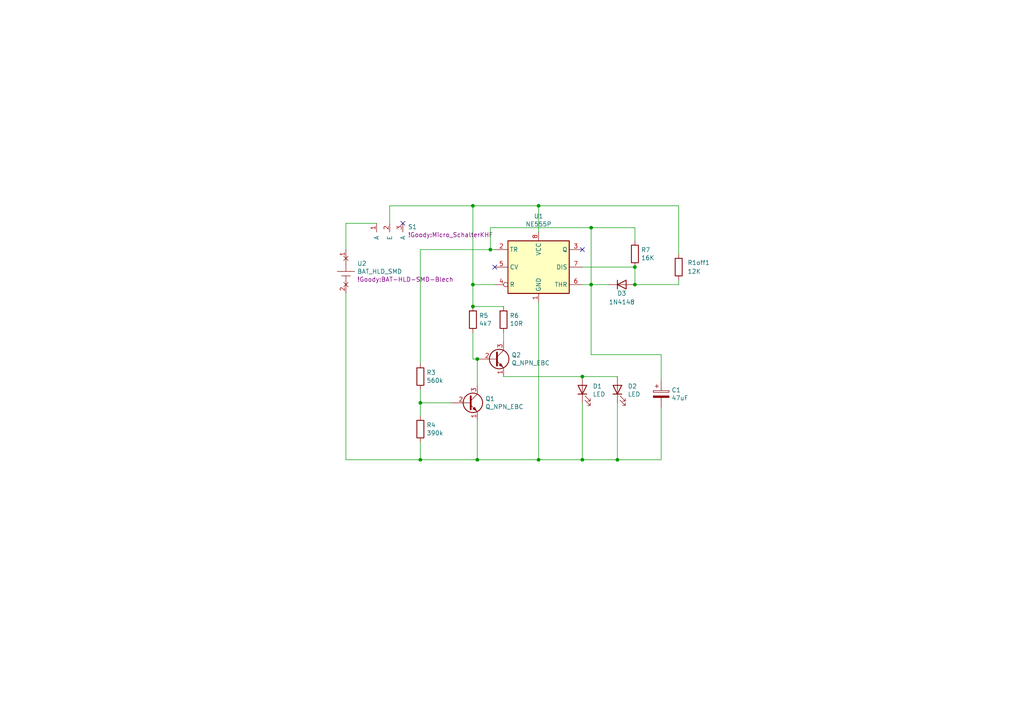
<source format=kicad_sch>
(kicad_sch
	(version 20250114)
	(generator "eeschema")
	(generator_version "9.0")
	(uuid "c53de370-94ad-432d-a470-090646174fd9")
	(paper "A4")
	(lib_symbols
		(symbol "!Goody:BAT_HLD_SMD"
			(pin_names
				(offset 1.016)
			)
			(exclude_from_sim no)
			(in_bom yes)
			(on_board yes)
			(property "Reference" "U"
				(at -5.08 0 0)
				(effects
					(font
						(size 1.27 1.27)
					)
				)
			)
			(property "Value" "BAT_HLD_SMD"
				(at -10.16 3.81 0)
				(effects
					(font
						(size 1.27 1.27)
					)
				)
			)
			(property "Footprint" "KHF_LIB:BAT-HLD-SMD"
				(at -15.24 6.35 0)
				(effects
					(font
						(size 1.27 1.27)
					)
				)
			)
			(property "Datasheet" ""
				(at -5.08 0 0)
				(effects
					(font
						(size 1.27 1.27)
					)
					(hide yes)
				)
			)
			(property "Description" "2032 SMD"
				(at 0 0 0)
				(effects
					(font
						(size 1.27 1.27)
					)
					(hide yes)
				)
			)
			(symbol "BAT_HLD_SMD_0_1"
				(rectangle
					(start -1.27 0)
					(end -2.54 0)
					(stroke
						(width 0)
						(type solid)
					)
					(fill
						(type none)
					)
				)
				(rectangle
					(start -1.27 0)
					(end 1.27 0)
					(stroke
						(width 0)
						(type solid)
					)
					(fill
						(type none)
					)
				)
				(rectangle
					(start -1.27 -1.27)
					(end 1.27 -1.27)
					(stroke
						(width 0)
						(type solid)
					)
					(fill
						(type none)
					)
				)
				(polyline
					(pts
						(xy 0 0) (xy 0 3.81)
					)
					(stroke
						(width 0)
						(type solid)
					)
					(fill
						(type none)
					)
				)
				(polyline
					(pts
						(xy 0 -3.81) (xy 0 -1.27)
					)
					(stroke
						(width 0)
						(type solid)
					)
					(fill
						(type none)
					)
				)
				(polyline
					(pts
						(xy 1.27 0) (xy 2.54 0)
					)
					(stroke
						(width 0)
						(type solid)
					)
					(fill
						(type none)
					)
				)
			)
			(symbol "BAT_HLD_SMD_1_1"
				(pin power_out non_logic
					(at 0 6.35 270)
					(length 2.54)
					(name "~"
						(effects
							(font
								(size 1.27 1.27)
							)
						)
					)
					(number "1"
						(effects
							(font
								(size 1.27 1.27)
							)
						)
					)
				)
				(pin power_out non_logic
					(at 0 -6.35 90)
					(length 2.54)
					(name "~"
						(effects
							(font
								(size 1.27 1.27)
							)
						)
					)
					(number "2"
						(effects
							(font
								(size 1.27 1.27)
							)
						)
					)
				)
			)
			(embedded_fonts no)
		)
		(symbol "!Goody:ELKO"
			(pin_numbers
				(hide yes)
			)
			(pin_names
				(offset 0.254)
			)
			(exclude_from_sim no)
			(in_bom yes)
			(on_board yes)
			(property "Reference" "C"
				(at 0.635 2.54 0)
				(effects
					(font
						(size 1.27 1.27)
					)
					(justify left)
				)
			)
			(property "Value" "ELKO"
				(at 0.635 -2.54 0)
				(effects
					(font
						(size 1.27 1.27)
					)
					(justify left)
				)
			)
			(property "Footprint" ""
				(at 0.9652 -3.81 0)
				(effects
					(font
						(size 1.27 1.27)
					)
					(hide yes)
				)
			)
			(property "Datasheet" "~"
				(at 0 0 0)
				(effects
					(font
						(size 1.27 1.27)
					)
					(hide yes)
				)
			)
			(property "Description" "ELKO"
				(at 0 0 0)
				(effects
					(font
						(size 1.27 1.27)
					)
					(hide yes)
				)
			)
			(property "ki_keywords" "cap capacitor"
				(at 0 0 0)
				(effects
					(font
						(size 1.27 1.27)
					)
					(hide yes)
				)
			)
			(property "ki_fp_filters" "CP_*"
				(at 0 0 0)
				(effects
					(font
						(size 1.27 1.27)
					)
					(hide yes)
				)
			)
			(symbol "ELKO_0_1"
				(rectangle
					(start -2.286 0.508)
					(end 2.286 1.016)
					(stroke
						(width 0)
						(type solid)
					)
					(fill
						(type none)
					)
				)
				(polyline
					(pts
						(xy -1.778 2.286) (xy -0.762 2.286)
					)
					(stroke
						(width 0)
						(type solid)
					)
					(fill
						(type none)
					)
				)
				(polyline
					(pts
						(xy -1.27 2.794) (xy -1.27 1.778)
					)
					(stroke
						(width 0)
						(type solid)
					)
					(fill
						(type none)
					)
				)
				(rectangle
					(start 2.286 -0.508)
					(end -2.286 -1.016)
					(stroke
						(width 0)
						(type solid)
					)
					(fill
						(type outline)
					)
				)
			)
			(symbol "ELKO_1_1"
				(pin passive line
					(at 0 3.81 270)
					(length 2.794)
					(name "~"
						(effects
							(font
								(size 1.27 1.27)
							)
						)
					)
					(number "1"
						(effects
							(font
								(size 1.27 1.27)
							)
						)
					)
				)
				(pin passive line
					(at 0 -3.81 90)
					(length 2.794)
					(name "~"
						(effects
							(font
								(size 1.27 1.27)
							)
						)
					)
					(number "2"
						(effects
							(font
								(size 1.27 1.27)
							)
						)
					)
				)
			)
			(embedded_fonts no)
		)
		(symbol "!Goody:LED"
			(pin_numbers
				(hide yes)
			)
			(pin_names
				(offset 1.016)
				(hide yes)
			)
			(exclude_from_sim no)
			(in_bom yes)
			(on_board yes)
			(property "Reference" "D"
				(at 0 2.54 0)
				(effects
					(font
						(size 1.27 1.27)
					)
				)
			)
			(property "Value" "LED"
				(at 2.54 -2.54 90)
				(effects
					(font
						(size 1.27 1.27)
					)
				)
			)
			(property "Footprint" "LED_THT:LED_D5.0mm"
				(at 0 5.08 0)
				(effects
					(font
						(size 1.27 1.27)
					)
					(hide yes)
				)
			)
			(property "Datasheet" ""
				(at 0 -2.54 90)
				(effects
					(font
						(size 1.27 1.27)
					)
					(hide yes)
				)
			)
			(property "Description" "LED 5mm"
				(at 0 0 0)
				(effects
					(font
						(size 1.27 1.27)
					)
					(hide yes)
				)
			)
			(property "ki_fp_filters" "LED* LED_SMD:* LED_THT:*"
				(at 0 0 0)
				(effects
					(font
						(size 1.27 1.27)
					)
					(hide yes)
				)
			)
			(symbol "LED_0_1"
				(polyline
					(pts
						(xy 0 -3.81) (xy 0 -1.27)
					)
					(stroke
						(width 0)
						(type solid)
					)
					(fill
						(type none)
					)
				)
				(polyline
					(pts
						(xy 0.762 -4.318) (xy 2.286 -5.842) (xy 2.286 -5.08) (xy 2.286 -5.842) (xy 1.524 -5.842)
					)
					(stroke
						(width 0)
						(type solid)
					)
					(fill
						(type none)
					)
				)
				(polyline
					(pts
						(xy 0.762 -5.588) (xy 2.286 -7.112) (xy 2.286 -6.35) (xy 2.286 -7.112) (xy 1.524 -7.112)
					)
					(stroke
						(width 0)
						(type solid)
					)
					(fill
						(type none)
					)
				)
				(polyline
					(pts
						(xy 1.27 -1.27) (xy -1.27 -1.27) (xy 0 -3.81) (xy 1.27 -1.27)
					)
					(stroke
						(width 0.254)
						(type solid)
					)
					(fill
						(type none)
					)
				)
				(polyline
					(pts
						(xy 1.27 -3.81) (xy -1.27 -3.81)
					)
					(stroke
						(width 0.254)
						(type solid)
					)
					(fill
						(type none)
					)
				)
			)
			(symbol "LED_1_1"
				(pin passive line
					(at 0 1.27 270)
					(length 2.54)
					(name "A"
						(effects
							(font
								(size 1.27 1.27)
							)
						)
					)
					(number "2"
						(effects
							(font
								(size 1.27 1.27)
							)
						)
					)
				)
				(pin passive line
					(at 0 -6.35 90)
					(length 2.54)
					(name "K"
						(effects
							(font
								(size 1.27 1.27)
							)
						)
					)
					(number "1"
						(effects
							(font
								(size 1.27 1.27)
							)
						)
					)
				)
			)
			(embedded_fonts no)
		)
		(symbol "!Goody:Micro_Schalter"
			(pin_names
				(offset 1.016)
			)
			(exclude_from_sim no)
			(in_bom yes)
			(on_board yes)
			(property "Reference" "S"
				(at 0 0 0)
				(effects
					(font
						(size 1.27 1.27)
					)
				)
			)
			(property "Value" "Micro_Schalter"
				(at 0 5.08 0)
				(effects
					(font
						(size 1.27 1.27)
					)
					(hide yes)
				)
			)
			(property "Footprint" "KHF_LIB:Micro_SchalterKHF"
				(at 0 0 0)
				(effects
					(font
						(size 1.27 1.27)
					)
				)
			)
			(property "Datasheet" ""
				(at 0 0 0)
				(effects
					(font
						(size 1.27 1.27)
					)
					(hide yes)
				)
			)
			(property "Description" "Micro_Schalter"
				(at 0 0 0)
				(effects
					(font
						(size 1.27 1.27)
					)
					(hide yes)
				)
			)
			(symbol "Micro_Schalter_1_1"
				(pin passive line
					(at -3.81 -2.54 270)
					(length 2.54)
					(name "A"
						(effects
							(font
								(size 1.27 1.27)
							)
						)
					)
					(number "1"
						(effects
							(font
								(size 1.27 1.27)
							)
						)
					)
				)
				(pin passive line
					(at 0 -2.54 270)
					(length 2.54)
					(name "E"
						(effects
							(font
								(size 1.27 1.27)
							)
						)
					)
					(number "2"
						(effects
							(font
								(size 1.27 1.27)
							)
						)
					)
				)
				(pin passive line
					(at 3.81 -2.54 270)
					(length 2.54)
					(name "A"
						(effects
							(font
								(size 1.27 1.27)
							)
						)
					)
					(number "3"
						(effects
							(font
								(size 1.27 1.27)
							)
						)
					)
				)
			)
			(embedded_fonts no)
		)
		(symbol "!Goody:R"
			(pin_numbers
				(hide yes)
			)
			(pin_names
				(offset 0)
			)
			(exclude_from_sim no)
			(in_bom yes)
			(on_board yes)
			(property "Reference" "R"
				(at 2.032 0 90)
				(effects
					(font
						(size 1.27 1.27)
					)
				)
			)
			(property "Value" "R"
				(at 0 0 90)
				(effects
					(font
						(size 1.27 1.27)
					)
				)
			)
			(property "Footprint" "Resistor_THT:R_Axial_DIN0411_L9.9mm_D3.6mm_P12.70mm_Horizontal"
				(at -1.778 0 90)
				(effects
					(font
						(size 1.27 1.27)
					)
					(hide yes)
				)
			)
			(property "Datasheet" "~"
				(at 0 0 0)
				(effects
					(font
						(size 1.27 1.27)
					)
					(hide yes)
				)
			)
			(property "Description" "Resistor"
				(at 0 0 0)
				(effects
					(font
						(size 1.27 1.27)
					)
					(hide yes)
				)
			)
			(property "ki_keywords" "R res resistor"
				(at 0 0 0)
				(effects
					(font
						(size 1.27 1.27)
					)
					(hide yes)
				)
			)
			(property "ki_fp_filters" "R_*"
				(at 0 0 0)
				(effects
					(font
						(size 1.27 1.27)
					)
					(hide yes)
				)
			)
			(symbol "R_0_1"
				(rectangle
					(start -1.016 -2.54)
					(end 1.016 2.54)
					(stroke
						(width 0.254)
						(type solid)
					)
					(fill
						(type none)
					)
				)
			)
			(symbol "R_1_1"
				(pin passive line
					(at 0 3.81 270)
					(length 1.27)
					(name "~"
						(effects
							(font
								(size 1.27 1.27)
							)
						)
					)
					(number "1"
						(effects
							(font
								(size 1.27 1.27)
							)
						)
					)
				)
				(pin passive line
					(at 0 -3.81 90)
					(length 1.27)
					(name "~"
						(effects
							(font
								(size 1.27 1.27)
							)
						)
					)
					(number "2"
						(effects
							(font
								(size 1.27 1.27)
							)
						)
					)
				)
			)
			(embedded_fonts no)
		)
		(symbol "Device:Q_NPN_EBC"
			(pin_names
				(offset 0)
				(hide yes)
			)
			(exclude_from_sim no)
			(in_bom yes)
			(on_board yes)
			(property "Reference" "Q"
				(at 5.08 1.27 0)
				(effects
					(font
						(size 1.27 1.27)
					)
					(justify left)
				)
			)
			(property "Value" "Q_NPN_EBC"
				(at 5.08 -1.27 0)
				(effects
					(font
						(size 1.27 1.27)
					)
					(justify left)
				)
			)
			(property "Footprint" ""
				(at 5.08 2.54 0)
				(effects
					(font
						(size 1.27 1.27)
					)
					(hide yes)
				)
			)
			(property "Datasheet" "~"
				(at 0 0 0)
				(effects
					(font
						(size 1.27 1.27)
					)
					(hide yes)
				)
			)
			(property "Description" "NPN transistor, emitter/base/collector"
				(at 0 0 0)
				(effects
					(font
						(size 1.27 1.27)
					)
					(hide yes)
				)
			)
			(property "ki_keywords" "transistor NPN"
				(at 0 0 0)
				(effects
					(font
						(size 1.27 1.27)
					)
					(hide yes)
				)
			)
			(symbol "Q_NPN_EBC_0_1"
				(polyline
					(pts
						(xy 0.635 1.905) (xy 0.635 -1.905) (xy 0.635 -1.905)
					)
					(stroke
						(width 0.508)
						(type default)
					)
					(fill
						(type none)
					)
				)
				(polyline
					(pts
						(xy 0.635 0.635) (xy 2.54 2.54)
					)
					(stroke
						(width 0)
						(type default)
					)
					(fill
						(type none)
					)
				)
				(polyline
					(pts
						(xy 0.635 -0.635) (xy 2.54 -2.54) (xy 2.54 -2.54)
					)
					(stroke
						(width 0)
						(type default)
					)
					(fill
						(type none)
					)
				)
				(circle
					(center 1.27 0)
					(radius 2.8194)
					(stroke
						(width 0.254)
						(type default)
					)
					(fill
						(type none)
					)
				)
				(polyline
					(pts
						(xy 1.27 -1.778) (xy 1.778 -1.27) (xy 2.286 -2.286) (xy 1.27 -1.778) (xy 1.27 -1.778)
					)
					(stroke
						(width 0)
						(type default)
					)
					(fill
						(type outline)
					)
				)
			)
			(symbol "Q_NPN_EBC_1_1"
				(pin passive line
					(at -5.08 0 0)
					(length 5.715)
					(name "B"
						(effects
							(font
								(size 1.27 1.27)
							)
						)
					)
					(number "2"
						(effects
							(font
								(size 1.27 1.27)
							)
						)
					)
				)
				(pin passive line
					(at 2.54 5.08 270)
					(length 2.54)
					(name "C"
						(effects
							(font
								(size 1.27 1.27)
							)
						)
					)
					(number "3"
						(effects
							(font
								(size 1.27 1.27)
							)
						)
					)
				)
				(pin passive line
					(at 2.54 -5.08 90)
					(length 2.54)
					(name "E"
						(effects
							(font
								(size 1.27 1.27)
							)
						)
					)
					(number "1"
						(effects
							(font
								(size 1.27 1.27)
							)
						)
					)
				)
			)
			(embedded_fonts no)
		)
		(symbol "Diode:1N4148"
			(pin_numbers
				(hide yes)
			)
			(pin_names
				(hide yes)
			)
			(exclude_from_sim no)
			(in_bom yes)
			(on_board yes)
			(property "Reference" "D"
				(at 0 2.54 0)
				(effects
					(font
						(size 1.27 1.27)
					)
				)
			)
			(property "Value" "1N4148"
				(at 0 -2.54 0)
				(effects
					(font
						(size 1.27 1.27)
					)
				)
			)
			(property "Footprint" "Diode_THT:D_DO-35_SOD27_P7.62mm_Horizontal"
				(at 0 0 0)
				(effects
					(font
						(size 1.27 1.27)
					)
					(hide yes)
				)
			)
			(property "Datasheet" "https://assets.nexperia.com/documents/data-sheet/1N4148_1N4448.pdf"
				(at 0 0 0)
				(effects
					(font
						(size 1.27 1.27)
					)
					(hide yes)
				)
			)
			(property "Description" "100V 0.15A standard switching diode, DO-35"
				(at 0 0 0)
				(effects
					(font
						(size 1.27 1.27)
					)
					(hide yes)
				)
			)
			(property "Sim.Device" "D"
				(at 0 0 0)
				(effects
					(font
						(size 1.27 1.27)
					)
					(hide yes)
				)
			)
			(property "Sim.Pins" "1=K 2=A"
				(at 0 0 0)
				(effects
					(font
						(size 1.27 1.27)
					)
					(hide yes)
				)
			)
			(property "ki_keywords" "diode"
				(at 0 0 0)
				(effects
					(font
						(size 1.27 1.27)
					)
					(hide yes)
				)
			)
			(property "ki_fp_filters" "D*DO?35*"
				(at 0 0 0)
				(effects
					(font
						(size 1.27 1.27)
					)
					(hide yes)
				)
			)
			(symbol "1N4148_0_1"
				(polyline
					(pts
						(xy -1.27 1.27) (xy -1.27 -1.27)
					)
					(stroke
						(width 0.254)
						(type default)
					)
					(fill
						(type none)
					)
				)
				(polyline
					(pts
						(xy 1.27 1.27) (xy 1.27 -1.27) (xy -1.27 0) (xy 1.27 1.27)
					)
					(stroke
						(width 0.254)
						(type default)
					)
					(fill
						(type none)
					)
				)
				(polyline
					(pts
						(xy 1.27 0) (xy -1.27 0)
					)
					(stroke
						(width 0)
						(type default)
					)
					(fill
						(type none)
					)
				)
			)
			(symbol "1N4148_1_1"
				(pin passive line
					(at -3.81 0 0)
					(length 2.54)
					(name "K"
						(effects
							(font
								(size 1.27 1.27)
							)
						)
					)
					(number "1"
						(effects
							(font
								(size 1.27 1.27)
							)
						)
					)
				)
				(pin passive line
					(at 3.81 0 180)
					(length 2.54)
					(name "A"
						(effects
							(font
								(size 1.27 1.27)
							)
						)
					)
					(number "2"
						(effects
							(font
								(size 1.27 1.27)
							)
						)
					)
				)
			)
			(embedded_fonts no)
		)
		(symbol "Timer:NE555P"
			(exclude_from_sim no)
			(in_bom yes)
			(on_board yes)
			(property "Reference" "U"
				(at -10.16 8.89 0)
				(effects
					(font
						(size 1.27 1.27)
					)
					(justify left)
				)
			)
			(property "Value" "NE555P"
				(at 2.54 8.89 0)
				(effects
					(font
						(size 1.27 1.27)
					)
					(justify left)
				)
			)
			(property "Footprint" "Package_DIP:DIP-8_W7.62mm"
				(at 16.51 -10.16 0)
				(effects
					(font
						(size 1.27 1.27)
					)
					(hide yes)
				)
			)
			(property "Datasheet" "http://www.ti.com/lit/ds/symlink/ne555.pdf"
				(at 21.59 -10.16 0)
				(effects
					(font
						(size 1.27 1.27)
					)
					(hide yes)
				)
			)
			(property "Description" "Precision Timers, 555 compatible,  PDIP-8"
				(at 0 0 0)
				(effects
					(font
						(size 1.27 1.27)
					)
					(hide yes)
				)
			)
			(property "ki_keywords" "single timer 555"
				(at 0 0 0)
				(effects
					(font
						(size 1.27 1.27)
					)
					(hide yes)
				)
			)
			(property "ki_fp_filters" "DIP*W7.62mm*"
				(at 0 0 0)
				(effects
					(font
						(size 1.27 1.27)
					)
					(hide yes)
				)
			)
			(symbol "NE555P_0_0"
				(pin power_in line
					(at 0 10.16 270)
					(length 2.54)
					(name "VCC"
						(effects
							(font
								(size 1.27 1.27)
							)
						)
					)
					(number "8"
						(effects
							(font
								(size 1.27 1.27)
							)
						)
					)
				)
				(pin power_in line
					(at 0 -10.16 90)
					(length 2.54)
					(name "GND"
						(effects
							(font
								(size 1.27 1.27)
							)
						)
					)
					(number "1"
						(effects
							(font
								(size 1.27 1.27)
							)
						)
					)
				)
			)
			(symbol "NE555P_0_1"
				(rectangle
					(start -8.89 -7.62)
					(end 8.89 7.62)
					(stroke
						(width 0.254)
						(type default)
					)
					(fill
						(type background)
					)
				)
				(rectangle
					(start -8.89 -7.62)
					(end 8.89 7.62)
					(stroke
						(width 0.254)
						(type default)
					)
					(fill
						(type background)
					)
				)
			)
			(symbol "NE555P_1_1"
				(pin input line
					(at -12.7 5.08 0)
					(length 3.81)
					(name "TR"
						(effects
							(font
								(size 1.27 1.27)
							)
						)
					)
					(number "2"
						(effects
							(font
								(size 1.27 1.27)
							)
						)
					)
				)
				(pin input line
					(at -12.7 0 0)
					(length 3.81)
					(name "CV"
						(effects
							(font
								(size 1.27 1.27)
							)
						)
					)
					(number "5"
						(effects
							(font
								(size 1.27 1.27)
							)
						)
					)
				)
				(pin input inverted
					(at -12.7 -5.08 0)
					(length 3.81)
					(name "R"
						(effects
							(font
								(size 1.27 1.27)
							)
						)
					)
					(number "4"
						(effects
							(font
								(size 1.27 1.27)
							)
						)
					)
				)
				(pin output line
					(at 12.7 5.08 180)
					(length 3.81)
					(name "Q"
						(effects
							(font
								(size 1.27 1.27)
							)
						)
					)
					(number "3"
						(effects
							(font
								(size 1.27 1.27)
							)
						)
					)
				)
				(pin input line
					(at 12.7 0 180)
					(length 3.81)
					(name "DIS"
						(effects
							(font
								(size 1.27 1.27)
							)
						)
					)
					(number "7"
						(effects
							(font
								(size 1.27 1.27)
							)
						)
					)
				)
				(pin input line
					(at 12.7 -5.08 180)
					(length 3.81)
					(name "THR"
						(effects
							(font
								(size 1.27 1.27)
							)
						)
					)
					(number "6"
						(effects
							(font
								(size 1.27 1.27)
							)
						)
					)
				)
			)
			(embedded_fonts no)
		)
	)
	(junction
		(at 121.92 116.84)
		(diameter 0)
		(color 0 0 0 0)
		(uuid "09c25374-5696-469e-b2ab-00ded1a9780b")
	)
	(junction
		(at 137.16 82.55)
		(diameter 0)
		(color 0 0 0 0)
		(uuid "0ba6c2e1-f836-4ade-90a6-359d773d29db")
	)
	(junction
		(at 184.15 77.47)
		(diameter 0)
		(color 0 0 0 0)
		(uuid "11c774e2-49f0-4c0d-8ff7-9c10de5447ed")
	)
	(junction
		(at 184.15 82.55)
		(diameter 0)
		(color 0 0 0 0)
		(uuid "1a2e8250-9439-4802-bf9b-dc649894fa16")
	)
	(junction
		(at 171.45 82.55)
		(diameter 0)
		(color 0 0 0 0)
		(uuid "24034442-63d9-4d54-9a1f-7d713a0477ea")
	)
	(junction
		(at 121.92 133.35)
		(diameter 0)
		(color 0 0 0 0)
		(uuid "296078b8-0938-40ae-8357-e97e00ff35f9")
	)
	(junction
		(at 142.24 72.39)
		(diameter 0)
		(color 0 0 0 0)
		(uuid "4601da4d-69b0-4902-8f44-dc1bd3f07368")
	)
	(junction
		(at 138.43 133.35)
		(diameter 0)
		(color 0 0 0 0)
		(uuid "48f2a19d-2e29-41d3-b5b0-f94da447a30b")
	)
	(junction
		(at 137.16 88.9)
		(diameter 0)
		(color 0 0 0 0)
		(uuid "67328b35-876c-4479-bb60-0f65b3bfe104")
	)
	(junction
		(at 168.91 133.35)
		(diameter 0)
		(color 0 0 0 0)
		(uuid "68029e04-757d-44a7-9da0-fb705d2b0d68")
	)
	(junction
		(at 156.21 133.35)
		(diameter 0)
		(color 0 0 0 0)
		(uuid "8e66c0ac-e502-43f5-ae53-85f66f765f44")
	)
	(junction
		(at 171.45 66.04)
		(diameter 0)
		(color 0 0 0 0)
		(uuid "9403a561-e456-4492-a5ea-8ded25eb1789")
	)
	(junction
		(at 179.07 133.35)
		(diameter 0)
		(color 0 0 0 0)
		(uuid "9d5daf05-78eb-42ff-a53f-42b7903d50dc")
	)
	(junction
		(at 168.91 109.22)
		(diameter 0)
		(color 0 0 0 0)
		(uuid "d969fe0a-5719-4b9b-8698-6addff0cbd40")
	)
	(junction
		(at 156.21 59.69)
		(diameter 0)
		(color 0 0 0 0)
		(uuid "db7fff42-4d08-4aa6-ac52-4cbcae5622a5")
	)
	(junction
		(at 137.16 59.69)
		(diameter 0)
		(color 0 0 0 0)
		(uuid "ed0ed962-f0b2-4e6f-829f-2b63284fd102")
	)
	(junction
		(at 138.43 104.14)
		(diameter 0)
		(color 0 0 0 0)
		(uuid "f0e3e7e0-fc53-47f3-988f-5eba876de3f2")
	)
	(no_connect
		(at 168.91 72.39)
		(uuid "1079ef70-c711-445a-a424-00f3499f5e49")
	)
	(no_connect
		(at 143.51 77.47)
		(uuid "9cde0855-befa-4431-95d1-0893e9fc7004")
	)
	(no_connect
		(at 116.84 64.77)
		(uuid "bf0eb74e-8216-4c28-95be-225a69aebfa4")
	)
	(wire
		(pts
			(xy 100.33 85.09) (xy 100.33 133.35)
		)
		(stroke
			(width 0)
			(type default)
		)
		(uuid "05a3b758-e84f-4207-9bd1-5ca8fc00d835")
	)
	(wire
		(pts
			(xy 184.15 69.85) (xy 184.15 66.04)
		)
		(stroke
			(width 0)
			(type default)
		)
		(uuid "0b42accd-685e-425b-9437-942649d89a5b")
	)
	(wire
		(pts
			(xy 171.45 66.04) (xy 142.24 66.04)
		)
		(stroke
			(width 0)
			(type default)
		)
		(uuid "0f2964fe-bcf0-4e62-a760-1c374cc13f4b")
	)
	(wire
		(pts
			(xy 137.16 82.55) (xy 137.16 59.69)
		)
		(stroke
			(width 0)
			(type default)
		)
		(uuid "0fd0f143-543f-4d3c-bccf-fadb4e1e7dbe")
	)
	(wire
		(pts
			(xy 184.15 77.47) (xy 184.15 82.55)
		)
		(stroke
			(width 0)
			(type default)
		)
		(uuid "1dcdf4b3-ad2e-4a6c-bed3-02ca96846167")
	)
	(wire
		(pts
			(xy 156.21 133.35) (xy 168.91 133.35)
		)
		(stroke
			(width 0)
			(type default)
		)
		(uuid "2247c165-00e9-4f03-9d29-474281481a00")
	)
	(wire
		(pts
			(xy 184.15 66.04) (xy 171.45 66.04)
		)
		(stroke
			(width 0)
			(type default)
		)
		(uuid "25e2d339-7b68-4770-9439-24159a2e0036")
	)
	(wire
		(pts
			(xy 168.91 116.84) (xy 168.91 133.35)
		)
		(stroke
			(width 0)
			(type default)
		)
		(uuid "2ac73aa6-0c5d-447f-a4ca-d6ed368ba17f")
	)
	(wire
		(pts
			(xy 171.45 82.55) (xy 168.91 82.55)
		)
		(stroke
			(width 0)
			(type default)
		)
		(uuid "2e2583ba-cf5b-4cc9-a00f-a4531394deef")
	)
	(wire
		(pts
			(xy 146.05 99.06) (xy 146.05 96.52)
		)
		(stroke
			(width 0)
			(type default)
		)
		(uuid "35c4a186-82d5-4cc1-8aba-8337dc91bf5d")
	)
	(wire
		(pts
			(xy 156.21 59.69) (xy 196.85 59.69)
		)
		(stroke
			(width 0)
			(type default)
		)
		(uuid "387f3a21-7f0f-4771-b4f0-d6393af6f1f0")
	)
	(wire
		(pts
			(xy 168.91 109.22) (xy 179.07 109.22)
		)
		(stroke
			(width 0)
			(type default)
		)
		(uuid "46e90608-1fe9-4e4b-812c-6889d1ab158a")
	)
	(wire
		(pts
			(xy 196.85 59.69) (xy 196.85 73.66)
		)
		(stroke
			(width 0)
			(type default)
		)
		(uuid "53d9980e-0894-4520-bedd-86fb23bb0cce")
	)
	(wire
		(pts
			(xy 138.43 133.35) (xy 156.21 133.35)
		)
		(stroke
			(width 0)
			(type default)
		)
		(uuid "54d90271-a042-42b5-9cd9-0f747198a4ce")
	)
	(wire
		(pts
			(xy 176.53 82.55) (xy 171.45 82.55)
		)
		(stroke
			(width 0)
			(type default)
		)
		(uuid "5556621f-a899-4869-a9a4-a83239ef5816")
	)
	(wire
		(pts
			(xy 138.43 104.14) (xy 138.43 111.76)
		)
		(stroke
			(width 0)
			(type default)
		)
		(uuid "58c55cdf-a7b2-48f5-8e8a-8c24ae7ff352")
	)
	(wire
		(pts
			(xy 179.07 133.35) (xy 179.07 116.84)
		)
		(stroke
			(width 0)
			(type default)
		)
		(uuid "640d9c20-c01b-4270-9ae2-725dc83d229a")
	)
	(wire
		(pts
			(xy 109.22 64.77) (xy 100.33 64.77)
		)
		(stroke
			(width 0)
			(type default)
		)
		(uuid "66fba9b5-3d0b-440e-bb65-8228a75a0b91")
	)
	(wire
		(pts
			(xy 146.05 88.9) (xy 137.16 88.9)
		)
		(stroke
			(width 0)
			(type default)
		)
		(uuid "698f22d0-e5d7-4b54-aa4a-c36f5baaf6e8")
	)
	(wire
		(pts
			(xy 137.16 104.14) (xy 138.43 104.14)
		)
		(stroke
			(width 0)
			(type default)
		)
		(uuid "6e48229b-58ed-4f7f-ac5c-55b3953e05c4")
	)
	(wire
		(pts
			(xy 171.45 82.55) (xy 171.45 66.04)
		)
		(stroke
			(width 0)
			(type default)
		)
		(uuid "6f360e9b-394a-44de-b550-24ae53445f57")
	)
	(wire
		(pts
			(xy 121.92 116.84) (xy 121.92 113.03)
		)
		(stroke
			(width 0)
			(type default)
		)
		(uuid "731d0d4e-3aa4-452e-a1f7-7ee8527bf7e6")
	)
	(wire
		(pts
			(xy 121.92 120.65) (xy 121.92 116.84)
		)
		(stroke
			(width 0)
			(type default)
		)
		(uuid "7339ddf1-f0a5-49d9-a887-3dfe68baff35")
	)
	(wire
		(pts
			(xy 168.91 77.47) (xy 184.15 77.47)
		)
		(stroke
			(width 0)
			(type default)
		)
		(uuid "74111a2e-265d-45c9-b200-4724dd6dd1f4")
	)
	(wire
		(pts
			(xy 137.16 59.69) (xy 156.21 59.69)
		)
		(stroke
			(width 0)
			(type default)
		)
		(uuid "7bacfdd0-a4ce-4b30-a308-104ba9dc0b57")
	)
	(wire
		(pts
			(xy 142.24 72.39) (xy 143.51 72.39)
		)
		(stroke
			(width 0)
			(type default)
		)
		(uuid "7da2222d-0ff8-4a10-b8eb-e7efcc9d33cf")
	)
	(wire
		(pts
			(xy 191.77 118.11) (xy 191.77 133.35)
		)
		(stroke
			(width 0)
			(type default)
		)
		(uuid "80a6a0a7-787b-4abf-82f0-d67316687861")
	)
	(wire
		(pts
			(xy 143.51 82.55) (xy 137.16 82.55)
		)
		(stroke
			(width 0)
			(type default)
		)
		(uuid "81751275-4991-4748-a78d-875fdd122747")
	)
	(wire
		(pts
			(xy 171.45 102.87) (xy 191.77 102.87)
		)
		(stroke
			(width 0)
			(type default)
		)
		(uuid "824fbdf3-52a8-4aad-800d-c76b84d30951")
	)
	(wire
		(pts
			(xy 171.45 82.55) (xy 171.45 102.87)
		)
		(stroke
			(width 0)
			(type default)
		)
		(uuid "91b90263-83fa-4516-98e5-7f59706cef3d")
	)
	(wire
		(pts
			(xy 142.24 66.04) (xy 142.24 72.39)
		)
		(stroke
			(width 0)
			(type default)
		)
		(uuid "a603582d-cb1f-426d-90ee-b16ee3d671c8")
	)
	(wire
		(pts
			(xy 137.16 88.9) (xy 137.16 82.55)
		)
		(stroke
			(width 0)
			(type default)
		)
		(uuid "a84dfb93-d6c3-422f-a086-535c7b67bd07")
	)
	(wire
		(pts
			(xy 191.77 133.35) (xy 179.07 133.35)
		)
		(stroke
			(width 0)
			(type default)
		)
		(uuid "aaf3bd1b-23b0-4ff2-afc6-12901d20e287")
	)
	(wire
		(pts
			(xy 184.15 82.55) (xy 196.85 82.55)
		)
		(stroke
			(width 0)
			(type default)
		)
		(uuid "b1d3ad00-71b9-40be-b9b3-99d6af103eca")
	)
	(wire
		(pts
			(xy 113.03 64.77) (xy 113.03 59.69)
		)
		(stroke
			(width 0)
			(type default)
		)
		(uuid "b34ff801-e997-4bb2-a013-5ae46b49e47d")
	)
	(wire
		(pts
			(xy 138.43 121.92) (xy 138.43 133.35)
		)
		(stroke
			(width 0)
			(type default)
		)
		(uuid "b9099c55-b547-44e2-92d5-c9f0904ed080")
	)
	(wire
		(pts
			(xy 121.92 72.39) (xy 121.92 105.41)
		)
		(stroke
			(width 0)
			(type default)
		)
		(uuid "bfdbde8f-5e83-498b-8072-143bce511c3d")
	)
	(wire
		(pts
			(xy 137.16 96.52) (xy 137.16 104.14)
		)
		(stroke
			(width 0)
			(type default)
		)
		(uuid "c1d53f96-83ae-4f0b-967d-cfd1013e9a4c")
	)
	(wire
		(pts
			(xy 168.91 133.35) (xy 179.07 133.35)
		)
		(stroke
			(width 0)
			(type default)
		)
		(uuid "c55500f4-91dc-4931-85c5-77ab503a8204")
	)
	(wire
		(pts
			(xy 196.85 82.55) (xy 196.85 81.28)
		)
		(stroke
			(width 0)
			(type default)
		)
		(uuid "c5cdbc66-6375-4c54-9709-ba780886de93")
	)
	(wire
		(pts
			(xy 121.92 133.35) (xy 138.43 133.35)
		)
		(stroke
			(width 0)
			(type default)
		)
		(uuid "c959346f-02a0-48f0-95a0-64f7c262a54b")
	)
	(wire
		(pts
			(xy 100.33 64.77) (xy 100.33 72.39)
		)
		(stroke
			(width 0)
			(type default)
		)
		(uuid "c9b4fbe0-62d5-409f-87a4-89558d385fee")
	)
	(wire
		(pts
			(xy 168.91 109.22) (xy 146.05 109.22)
		)
		(stroke
			(width 0)
			(type default)
		)
		(uuid "cc807450-52a5-4ad1-8700-dd731fdac406")
	)
	(wire
		(pts
			(xy 121.92 128.27) (xy 121.92 133.35)
		)
		(stroke
			(width 0)
			(type default)
		)
		(uuid "d0c2350e-11bf-44d5-8743-72b688dffd8c")
	)
	(wire
		(pts
			(xy 130.81 116.84) (xy 121.92 116.84)
		)
		(stroke
			(width 0)
			(type default)
		)
		(uuid "dda54c0c-35d0-4c10-b318-2dcaae9a39c2")
	)
	(wire
		(pts
			(xy 191.77 102.87) (xy 191.77 110.49)
		)
		(stroke
			(width 0)
			(type default)
		)
		(uuid "e930b935-4fd0-4158-b665-b6b124897559")
	)
	(wire
		(pts
			(xy 121.92 72.39) (xy 142.24 72.39)
		)
		(stroke
			(width 0)
			(type default)
		)
		(uuid "ef2bd192-60dd-4279-bb2e-a0cb1c970c4b")
	)
	(wire
		(pts
			(xy 156.21 87.63) (xy 156.21 133.35)
		)
		(stroke
			(width 0)
			(type default)
		)
		(uuid "f02539b9-7610-402c-94d6-36a0c1280f11")
	)
	(wire
		(pts
			(xy 113.03 59.69) (xy 137.16 59.69)
		)
		(stroke
			(width 0)
			(type default)
		)
		(uuid "f0434e08-cfed-45f6-b04c-abf7b00e0792")
	)
	(wire
		(pts
			(xy 156.21 59.69) (xy 156.21 67.31)
		)
		(stroke
			(width 0)
			(type default)
		)
		(uuid "f2384ad2-9a12-4498-984c-3fe8d1babf2c")
	)
	(wire
		(pts
			(xy 100.33 133.35) (xy 121.92 133.35)
		)
		(stroke
			(width 0)
			(type default)
		)
		(uuid "f41f4e51-acbb-4666-a44f-0ab4a598b15c")
	)
	(symbol
		(lib_id "Timer:NE555P")
		(at 156.21 77.47 0)
		(unit 1)
		(exclude_from_sim no)
		(in_bom yes)
		(on_board yes)
		(dnp no)
		(uuid "00000000-0000-0000-0000-000064f9f70a")
		(property "Reference" "U1"
			(at 156.21 62.7126 0)
			(effects
				(font
					(size 1.27 1.27)
				)
			)
		)
		(property "Value" "NE555P"
			(at 156.21 65.024 0)
			(effects
				(font
					(size 1.27 1.27)
				)
			)
		)
		(property "Footprint" "Package_DIP:DIP-8_W7.62mm"
			(at 172.72 87.63 0)
			(effects
				(font
					(size 1.27 1.27)
				)
				(hide yes)
			)
		)
		(property "Datasheet" "http://www.ti.com/lit/ds/symlink/ne555.pdf"
			(at 177.8 87.63 0)
			(effects
				(font
					(size 1.27 1.27)
				)
				(hide yes)
			)
		)
		(property "Description" ""
			(at 156.21 77.47 0)
			(effects
				(font
					(size 1.27 1.27)
				)
			)
		)
		(pin "1"
			(uuid "74da7e86-810c-4641-9c88-6b7d5313d3b5")
		)
		(pin "8"
			(uuid "82781818-99dc-4d08-85d7-46dded14e09e")
		)
		(pin "2"
			(uuid "e62b6303-9aaf-44ae-bc70-322bdb6f96e7")
		)
		(pin "3"
			(uuid "cfc6f40a-2cec-48b5-8729-2e11e2055231")
		)
		(pin "4"
			(uuid "c98748ed-9613-4c27-8435-867b0ff98bbf")
		)
		(pin "5"
			(uuid "57bd1888-210c-4a43-84a5-a5601f71e698")
		)
		(pin "6"
			(uuid "540247ba-b4f2-492e-a559-48d695fc28f0")
		)
		(pin "7"
			(uuid "2bdc23b6-88b7-41ca-a97d-0666bc8e85f3")
		)
		(instances
			(project "Santa"
				(path "/c53de370-94ad-432d-a470-090646174fd9"
					(reference "U1")
					(unit 1)
				)
			)
		)
	)
	(symbol
		(lib_id "Diode:1N4148")
		(at 180.34 82.55 0)
		(unit 1)
		(exclude_from_sim no)
		(in_bom yes)
		(on_board yes)
		(dnp no)
		(uuid "00000000-0000-0000-0000-000064f9ff5a")
		(property "Reference" "D3"
			(at 180.34 85.09 0)
			(effects
				(font
					(size 1.27 1.27)
				)
			)
		)
		(property "Value" "1N4148"
			(at 180.34 87.63 0)
			(effects
				(font
					(size 1.27 1.27)
				)
			)
		)
		(property "Footprint" "!Goody:1N4147_P7.62mm_Horizontal"
			(at 180.34 86.995 0)
			(effects
				(font
					(size 1.27 1.27)
				)
				(hide yes)
			)
		)
		(property "Datasheet" "https://assets.nexperia.com/documents/data-sheet/1N4148_1N4448.pdf"
			(at 180.34 82.55 0)
			(effects
				(font
					(size 1.27 1.27)
				)
				(hide yes)
			)
		)
		(property "Description" ""
			(at 180.34 82.55 0)
			(effects
				(font
					(size 1.27 1.27)
				)
			)
		)
		(pin "1"
			(uuid "37370d77-697d-4bff-856b-4c6fd6f27aad")
		)
		(pin "2"
			(uuid "5d51d78e-13d8-47d3-bce1-f9e20a41291d")
		)
		(instances
			(project "Santa"
				(path "/c53de370-94ad-432d-a470-090646174fd9"
					(reference "D3")
					(unit 1)
				)
			)
		)
	)
	(symbol
		(lib_id "!Goody:ELKO")
		(at 191.77 114.3 0)
		(unit 1)
		(exclude_from_sim no)
		(in_bom yes)
		(on_board yes)
		(dnp no)
		(uuid "00000000-0000-0000-0000-000064fa140e")
		(property "Reference" "C1"
			(at 194.7672 113.1316 0)
			(effects
				(font
					(size 1.27 1.27)
				)
				(justify left)
			)
		)
		(property "Value" "47uF"
			(at 194.7672 115.443 0)
			(effects
				(font
					(size 1.27 1.27)
				)
				(justify left)
			)
		)
		(property "Footprint" "!Goody:C_Radial_D6.3mm_P2.50mm"
			(at 192.7352 118.11 0)
			(effects
				(font
					(size 1.27 1.27)
				)
				(hide yes)
			)
		)
		(property "Datasheet" "~"
			(at 191.77 114.3 0)
			(effects
				(font
					(size 1.27 1.27)
				)
				(hide yes)
			)
		)
		(property "Description" ""
			(at 191.77 114.3 0)
			(effects
				(font
					(size 1.27 1.27)
				)
			)
		)
		(pin "1"
			(uuid "cc7a2b9e-36bf-494c-b880-a2ffc6e74bbc")
		)
		(pin "2"
			(uuid "45431d58-9c01-4cc0-86e1-4d5348bf4fa6")
		)
		(instances
			(project "Santa"
				(path "/c53de370-94ad-432d-a470-090646174fd9"
					(reference "C1")
					(unit 1)
				)
			)
		)
	)
	(symbol
		(lib_id "!Goody:R")
		(at 121.92 109.22 0)
		(unit 1)
		(exclude_from_sim no)
		(in_bom yes)
		(on_board yes)
		(dnp no)
		(uuid "00000000-0000-0000-0000-000064fa24a9")
		(property "Reference" "R3"
			(at 123.698 108.0516 0)
			(effects
				(font
					(size 1.27 1.27)
				)
				(justify left)
			)
		)
		(property "Value" "560k"
			(at 123.698 110.363 0)
			(effects
				(font
					(size 1.27 1.27)
				)
				(justify left)
			)
		)
		(property "Footprint" "Resistor_THT:R_Axial_DIN0207_L6.3mm_D2.5mm_P10.16mm_Horizontal"
			(at 120.142 109.22 90)
			(effects
				(font
					(size 1.27 1.27)
				)
				(hide yes)
			)
		)
		(property "Datasheet" "~"
			(at 121.92 109.22 0)
			(effects
				(font
					(size 1.27 1.27)
				)
				(hide yes)
			)
		)
		(property "Description" ""
			(at 121.92 109.22 0)
			(effects
				(font
					(size 1.27 1.27)
				)
			)
		)
		(pin "1"
			(uuid "37da9d2a-80cf-433d-8cb0-19a026ff6e1c")
		)
		(pin "2"
			(uuid "b8ab7582-e1b8-474b-8862-15918d7429a9")
		)
		(instances
			(project "Santa"
				(path "/c53de370-94ad-432d-a470-090646174fd9"
					(reference "R3")
					(unit 1)
				)
			)
		)
	)
	(symbol
		(lib_id "!Goody:R")
		(at 121.92 124.46 0)
		(unit 1)
		(exclude_from_sim no)
		(in_bom yes)
		(on_board yes)
		(dnp no)
		(uuid "00000000-0000-0000-0000-000064fa3399")
		(property "Reference" "R4"
			(at 123.698 123.2916 0)
			(effects
				(font
					(size 1.27 1.27)
				)
				(justify left)
			)
		)
		(property "Value" "390k"
			(at 123.698 125.603 0)
			(effects
				(font
					(size 1.27 1.27)
				)
				(justify left)
			)
		)
		(property "Footprint" "Resistor_THT:R_Axial_DIN0207_L6.3mm_D2.5mm_P10.16mm_Horizontal"
			(at 120.142 124.46 90)
			(effects
				(font
					(size 1.27 1.27)
				)
				(hide yes)
			)
		)
		(property "Datasheet" "~"
			(at 121.92 124.46 0)
			(effects
				(font
					(size 1.27 1.27)
				)
				(hide yes)
			)
		)
		(property "Description" ""
			(at 121.92 124.46 0)
			(effects
				(font
					(size 1.27 1.27)
				)
			)
		)
		(pin "1"
			(uuid "1e55646e-c817-4cc3-ba2e-1d9c73a2fbd9")
		)
		(pin "2"
			(uuid "f66c6906-8a08-4a63-a484-fd25b36fcd8d")
		)
		(instances
			(project "Santa"
				(path "/c53de370-94ad-432d-a470-090646174fd9"
					(reference "R4")
					(unit 1)
				)
			)
		)
	)
	(symbol
		(lib_id "Device:Q_NPN_EBC")
		(at 135.89 116.84 0)
		(unit 1)
		(exclude_from_sim no)
		(in_bom yes)
		(on_board yes)
		(dnp no)
		(uuid "00000000-0000-0000-0000-000064fa371b")
		(property "Reference" "Q1"
			(at 140.7414 115.6716 0)
			(effects
				(font
					(size 1.27 1.27)
				)
				(justify left)
			)
		)
		(property "Value" "Q_NPN_EBC"
			(at 140.7414 117.983 0)
			(effects
				(font
					(size 1.27 1.27)
				)
				(justify left)
			)
		)
		(property "Footprint" "!Goody:TO-92L_Wide"
			(at 140.97 114.3 0)
			(effects
				(font
					(size 1.27 1.27)
				)
				(hide yes)
			)
		)
		(property "Datasheet" "~"
			(at 135.89 116.84 0)
			(effects
				(font
					(size 1.27 1.27)
				)
				(hide yes)
			)
		)
		(property "Description" ""
			(at 135.89 116.84 0)
			(effects
				(font
					(size 1.27 1.27)
				)
			)
		)
		(pin "1"
			(uuid "7fa41cff-a3c9-4ad9-8563-eb01d0b7978a")
		)
		(pin "2"
			(uuid "91373526-9628-48a1-bbc2-ffb32b960ef3")
		)
		(pin "3"
			(uuid "b895d414-5d55-4657-9e61-51dca46af7d4")
		)
		(instances
			(project "Santa"
				(path "/c53de370-94ad-432d-a470-090646174fd9"
					(reference "Q1")
					(unit 1)
				)
			)
		)
	)
	(symbol
		(lib_id "Device:Q_NPN_EBC")
		(at 143.51 104.14 0)
		(unit 1)
		(exclude_from_sim no)
		(in_bom yes)
		(on_board yes)
		(dnp no)
		(uuid "00000000-0000-0000-0000-000064fa3d42")
		(property "Reference" "Q2"
			(at 148.3614 102.9716 0)
			(effects
				(font
					(size 1.27 1.27)
				)
				(justify left)
			)
		)
		(property "Value" "Q_NPN_EBC"
			(at 148.3614 105.283 0)
			(effects
				(font
					(size 1.27 1.27)
				)
				(justify left)
			)
		)
		(property "Footprint" "!Goody:TO-92L_Wide"
			(at 148.59 101.6 0)
			(effects
				(font
					(size 1.27 1.27)
				)
				(hide yes)
			)
		)
		(property "Datasheet" "~"
			(at 143.51 104.14 0)
			(effects
				(font
					(size 1.27 1.27)
				)
				(hide yes)
			)
		)
		(property "Description" ""
			(at 143.51 104.14 0)
			(effects
				(font
					(size 1.27 1.27)
				)
			)
		)
		(pin "1"
			(uuid "0248ea93-9795-4051-ae34-71fa941321d5")
		)
		(pin "2"
			(uuid "99d8505e-12a1-4575-9cff-7c06b2d8e8c7")
		)
		(pin "3"
			(uuid "49d796b7-5ce5-4456-bcc8-e1d21dd373cf")
		)
		(instances
			(project "Santa"
				(path "/c53de370-94ad-432d-a470-090646174fd9"
					(reference "Q2")
					(unit 1)
				)
			)
		)
	)
	(symbol
		(lib_id "!Goody:LED")
		(at 168.91 110.49 0)
		(unit 1)
		(exclude_from_sim no)
		(in_bom yes)
		(on_board yes)
		(dnp no)
		(uuid "00000000-0000-0000-0000-000064fa754a")
		(property "Reference" "D1"
			(at 171.9072 112.0394 0)
			(effects
				(font
					(size 1.27 1.27)
				)
				(justify left)
			)
		)
		(property "Value" "LED"
			(at 171.9072 114.3508 0)
			(effects
				(font
					(size 1.27 1.27)
				)
				(justify left)
			)
		)
		(property "Footprint" "!Goody:LED_D3.0mm"
			(at 168.91 105.41 0)
			(effects
				(font
					(size 1.27 1.27)
				)
				(hide yes)
			)
		)
		(property "Datasheet" ""
			(at 168.91 113.03 90)
			(effects
				(font
					(size 1.27 1.27)
				)
				(hide yes)
			)
		)
		(property "Description" ""
			(at 168.91 110.49 0)
			(effects
				(font
					(size 1.27 1.27)
				)
			)
		)
		(pin "1"
			(uuid "f42ac44b-9d81-4601-8d06-84e94a9c39c2")
		)
		(pin "2"
			(uuid "f886767c-42c2-4d8b-8351-651c4df1c135")
		)
		(instances
			(project "Santa"
				(path "/c53de370-94ad-432d-a470-090646174fd9"
					(reference "D1")
					(unit 1)
				)
			)
		)
	)
	(symbol
		(lib_id "!Goody:LED")
		(at 179.07 110.49 0)
		(unit 1)
		(exclude_from_sim no)
		(in_bom yes)
		(on_board yes)
		(dnp no)
		(uuid "00000000-0000-0000-0000-000064fa7a13")
		(property "Reference" "D2"
			(at 182.0672 112.0394 0)
			(effects
				(font
					(size 1.27 1.27)
				)
				(justify left)
			)
		)
		(property "Value" "LED"
			(at 182.0672 114.3508 0)
			(effects
				(font
					(size 1.27 1.27)
				)
				(justify left)
			)
		)
		(property "Footprint" "!Goody:LED_D3.0mm"
			(at 179.07 105.41 0)
			(effects
				(font
					(size 1.27 1.27)
				)
				(hide yes)
			)
		)
		(property "Datasheet" ""
			(at 179.07 113.03 90)
			(effects
				(font
					(size 1.27 1.27)
				)
				(hide yes)
			)
		)
		(property "Description" ""
			(at 179.07 110.49 0)
			(effects
				(font
					(size 1.27 1.27)
				)
			)
		)
		(pin "1"
			(uuid "5bdbd98f-1ad2-44fb-bf76-316fe2444aea")
		)
		(pin "2"
			(uuid "b50a5ccc-c1cf-4fa2-868c-109d292d7a66")
		)
		(instances
			(project "Santa"
				(path "/c53de370-94ad-432d-a470-090646174fd9"
					(reference "D2")
					(unit 1)
				)
			)
		)
	)
	(symbol
		(lib_id "!Goody:BAT_HLD_SMD")
		(at 100.33 78.74 0)
		(unit 1)
		(exclude_from_sim no)
		(in_bom yes)
		(on_board yes)
		(dnp no)
		(uuid "00000000-0000-0000-0000-000064fa7ccc")
		(property "Reference" "U2"
			(at 103.5812 76.4286 0)
			(effects
				(font
					(size 1.27 1.27)
				)
				(justify left)
			)
		)
		(property "Value" "BAT_HLD_SMD"
			(at 103.5812 78.74 0)
			(effects
				(font
					(size 1.27 1.27)
				)
				(justify left)
			)
		)
		(property "Footprint" "!Goody:BAT-HLD-SMD-Blech"
			(at 103.5812 81.0514 0)
			(effects
				(font
					(size 1.27 1.27)
				)
				(justify left)
			)
		)
		(property "Datasheet" ""
			(at 95.25 78.74 0)
			(effects
				(font
					(size 1.27 1.27)
				)
				(hide yes)
			)
		)
		(property "Description" ""
			(at 100.33 78.74 0)
			(effects
				(font
					(size 1.27 1.27)
				)
			)
		)
		(pin "1"
			(uuid "f25eda0b-756a-431d-9307-6cf6a4c32c48")
		)
		(pin "2"
			(uuid "cbd90afc-db02-4a44-a685-e85dc1dbb84e")
		)
		(instances
			(project "Santa"
				(path "/c53de370-94ad-432d-a470-090646174fd9"
					(reference "U2")
					(unit 1)
				)
			)
		)
	)
	(symbol
		(lib_id "!Goody:Micro_Schalter")
		(at 113.03 62.23 0)
		(unit 1)
		(exclude_from_sim no)
		(in_bom yes)
		(on_board yes)
		(dnp no)
		(uuid "00000000-0000-0000-0000-000064fa8e01")
		(property "Reference" "S1"
			(at 118.3132 65.8114 0)
			(effects
				(font
					(size 1.27 1.27)
				)
				(justify left)
			)
		)
		(property "Value" "Micro_Schalter"
			(at 113.03 57.15 0)
			(effects
				(font
					(size 1.27 1.27)
				)
				(hide yes)
			)
		)
		(property "Footprint" "!Goody:Micro_SchalterKHF"
			(at 118.3132 68.1228 0)
			(effects
				(font
					(size 1.27 1.27)
				)
				(justify left)
			)
		)
		(property "Datasheet" ""
			(at 113.03 62.23 0)
			(effects
				(font
					(size 1.27 1.27)
				)
				(hide yes)
			)
		)
		(property "Description" ""
			(at 113.03 62.23 0)
			(effects
				(font
					(size 1.27 1.27)
				)
			)
		)
		(pin "1"
			(uuid "c3afef01-ba02-49c8-95d7-1778acbb1937")
		)
		(pin "2"
			(uuid "80d9a9c1-0ebd-46d8-8321-e61236ac320c")
		)
		(pin "3"
			(uuid "619da69a-e421-48f9-80fd-36017b65f181")
		)
		(instances
			(project "Santa"
				(path "/c53de370-94ad-432d-a470-090646174fd9"
					(reference "S1")
					(unit 1)
				)
			)
		)
	)
	(symbol
		(lib_id "!Goody:R")
		(at 146.05 92.71 0)
		(unit 1)
		(exclude_from_sim no)
		(in_bom yes)
		(on_board yes)
		(dnp no)
		(uuid "00000000-0000-0000-0000-000064fabe4c")
		(property "Reference" "R6"
			(at 147.828 91.5416 0)
			(effects
				(font
					(size 1.27 1.27)
				)
				(justify left)
			)
		)
		(property "Value" "10R"
			(at 147.828 93.853 0)
			(effects
				(font
					(size 1.27 1.27)
				)
				(justify left)
			)
		)
		(property "Footprint" "Resistor_THT:R_Axial_DIN0207_L6.3mm_D2.5mm_P10.16mm_Horizontal"
			(at 144.272 92.71 90)
			(effects
				(font
					(size 1.27 1.27)
				)
				(hide yes)
			)
		)
		(property "Datasheet" "~"
			(at 146.05 92.71 0)
			(effects
				(font
					(size 1.27 1.27)
				)
				(hide yes)
			)
		)
		(property "Description" ""
			(at 146.05 92.71 0)
			(effects
				(font
					(size 1.27 1.27)
				)
			)
		)
		(pin "1"
			(uuid "7fa17063-c1c2-48a0-b8f6-b06dddf6e620")
		)
		(pin "2"
			(uuid "f5cd1912-01e6-47a5-9306-70a02e47a69c")
		)
		(instances
			(project "Santa"
				(path "/c53de370-94ad-432d-a470-090646174fd9"
					(reference "R6")
					(unit 1)
				)
			)
		)
	)
	(symbol
		(lib_id "!Goody:R")
		(at 137.16 92.71 0)
		(unit 1)
		(exclude_from_sim no)
		(in_bom yes)
		(on_board yes)
		(dnp no)
		(uuid "00000000-0000-0000-0000-000064fbc7f7")
		(property "Reference" "R5"
			(at 138.938 91.5416 0)
			(effects
				(font
					(size 1.27 1.27)
				)
				(justify left)
			)
		)
		(property "Value" "4k7"
			(at 138.938 93.853 0)
			(effects
				(font
					(size 1.27 1.27)
				)
				(justify left)
			)
		)
		(property "Footprint" "Resistor_THT:R_Axial_DIN0207_L6.3mm_D2.5mm_P10.16mm_Horizontal"
			(at 135.382 92.71 90)
			(effects
				(font
					(size 1.27 1.27)
				)
				(hide yes)
			)
		)
		(property "Datasheet" "~"
			(at 137.16 92.71 0)
			(effects
				(font
					(size 1.27 1.27)
				)
				(hide yes)
			)
		)
		(property "Description" ""
			(at 137.16 92.71 0)
			(effects
				(font
					(size 1.27 1.27)
				)
			)
		)
		(pin "1"
			(uuid "6cc57605-88b7-48c5-b2d9-7faa9f2cb5a9")
		)
		(pin "2"
			(uuid "b70e8901-855b-4c0b-9c88-0886c104cdb1")
		)
		(instances
			(project "Santa"
				(path "/c53de370-94ad-432d-a470-090646174fd9"
					(reference "R5")
					(unit 1)
				)
			)
		)
	)
	(symbol
		(lib_id "!Goody:R")
		(at 184.15 73.66 0)
		(unit 1)
		(exclude_from_sim no)
		(in_bom yes)
		(on_board yes)
		(dnp no)
		(uuid "00000000-0000-0000-0000-0000652252de")
		(property "Reference" "R7"
			(at 185.928 72.4916 0)
			(effects
				(font
					(size 1.27 1.27)
				)
				(justify left)
			)
		)
		(property "Value" "16K"
			(at 185.928 74.803 0)
			(effects
				(font
					(size 1.27 1.27)
				)
				(justify left)
			)
		)
		(property "Footprint" "Resistor_THT:R_Axial_DIN0207_L6.3mm_D2.5mm_P10.16mm_Horizontal"
			(at 182.372 73.66 90)
			(effects
				(font
					(size 1.27 1.27)
				)
				(hide yes)
			)
		)
		(property "Datasheet" "~"
			(at 184.15 73.66 0)
			(effects
				(font
					(size 1.27 1.27)
				)
				(hide yes)
			)
		)
		(property "Description" ""
			(at 184.15 73.66 0)
			(effects
				(font
					(size 1.27 1.27)
				)
			)
		)
		(pin "1"
			(uuid "9c26ede6-94ad-4135-9317-f852d722d237")
		)
		(pin "2"
			(uuid "dd2074fc-009b-4cf1-a08c-ecff84b63f51")
		)
		(instances
			(project "Santa"
				(path "/c53de370-94ad-432d-a470-090646174fd9"
					(reference "R7")
					(unit 1)
				)
			)
		)
	)
	(symbol
		(lib_id "!Goody:R")
		(at 196.85 77.47 0)
		(unit 1)
		(exclude_from_sim no)
		(in_bom yes)
		(on_board yes)
		(dnp no)
		(fields_autoplaced yes)
		(uuid "195c4eee-54a3-4fc1-b9c1-5d5b0b87d634")
		(property "Reference" "R1off1"
			(at 199.39 76.2 0)
			(effects
				(font
					(size 1.27 1.27)
				)
				(justify left)
			)
		)
		(property "Value" "12K"
			(at 199.39 78.74 0)
			(effects
				(font
					(size 1.27 1.27)
				)
				(justify left)
			)
		)
		(property "Footprint" "Resistor_THT:R_Axial_DIN0207_L6.3mm_D2.5mm_P10.16mm_Horizontal"
			(at 195.072 77.47 90)
			(effects
				(font
					(size 1.27 1.27)
				)
				(hide yes)
			)
		)
		(property "Datasheet" "~"
			(at 196.85 77.47 0)
			(effects
				(font
					(size 1.27 1.27)
				)
				(hide yes)
			)
		)
		(property "Description" ""
			(at 196.85 77.47 0)
			(effects
				(font
					(size 1.27 1.27)
				)
			)
		)
		(pin "1"
			(uuid "b3788a46-4665-4a54-8ce0-0f098bef6310")
		)
		(pin "2"
			(uuid "8a441641-a24a-42e9-a536-4a4087b100c1")
		)
		(instances
			(project "Santa"
				(path "/c53de370-94ad-432d-a470-090646174fd9"
					(reference "R1off1")
					(unit 1)
				)
			)
		)
	)
	(sheet_instances
		(path "/"
			(page "1")
		)
	)
	(embedded_fonts no)
)

</source>
